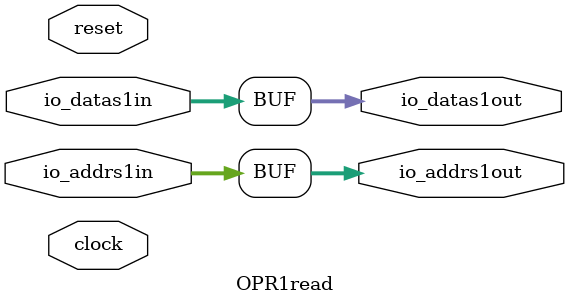
<source format=v>
module OPR1read(
  input         clock,
  input         reset,
  input  [4:0]  io_addrs1in,
  input  [31:0] io_datas1in,
  output [4:0]  io_addrs1out,
  output [31:0] io_datas1out
);
  assign io_addrs1out = io_addrs1in; // @[OPR1read.scala 15:25 17:15]
  assign io_datas1out = io_datas1in; // @[OPR1read.scala 16:25 18:15]
endmodule

</source>
